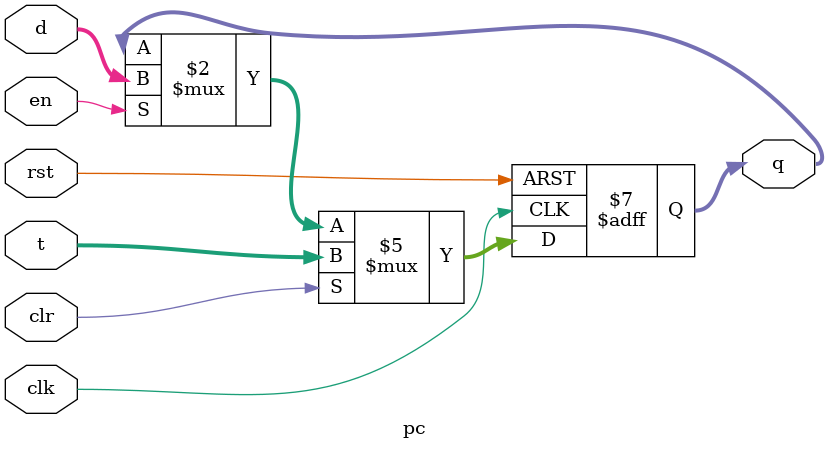
<source format=v>
`timescale 1ns / 1ps


module pc #(parameter WIDTH = 8)(
	input wire clk,rst,en,clr,
	input wire[WIDTH-1:0] d,
	input wire[WIDTH-1:0] t,
	output reg[WIDTH-1:0] q
    );
	always @(posedge clk,posedge rst) begin
		if(rst) begin
			q <=  32'hbfc00000;
		end else if(clr) begin
			q <= t;
		end else if(en) begin
			/* code */
			q <= d;
		end
	end
endmodule
</source>
